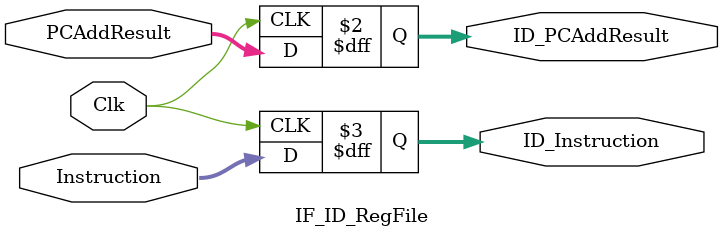
<source format=v>
`timescale 1ns / 1ps

module IF_ID_RegFile(Clk, PCAddResult, Instruction, ID_PCAddResult, ID_Instruction);
    
    input Clk;
    input [31:0] PCAddResult, Instruction;
    output reg[31:0] ID_PCAddResult, ID_Instruction;
    
   
always @(posedge Clk) begin

    
    ID_PCAddResult <= PCAddResult;
    ID_Instruction <= Instruction; 
    
 end
endmodule

</source>
